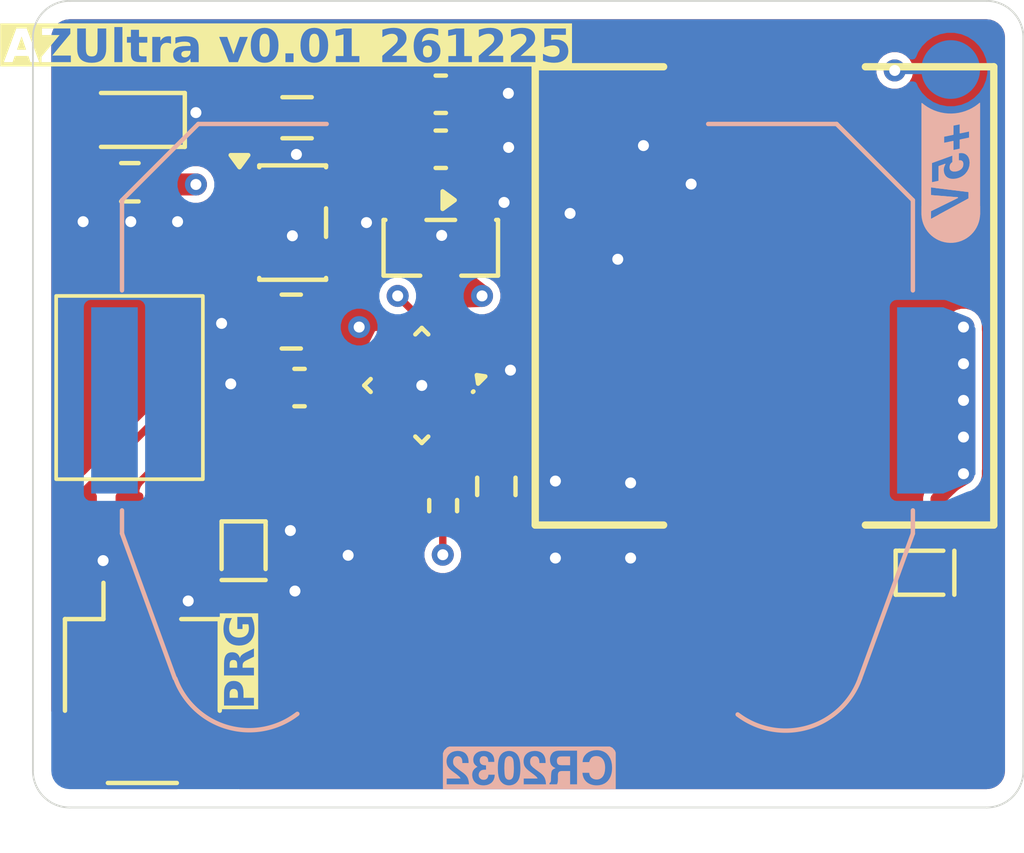
<source format=kicad_pcb>
(kicad_pcb (version 20241229) (generator "pcbnew") (generator_version "9.0")
  (layers (0 "F.Cu" signal) (4 "In1.Cu" power "In1") (6 "In2.Cu" power "In2") (2 "B.Cu" signal) (13 "F.Paste" user) (15 "B.Paste" user) (5 "F.SilkS" user "F.Silkscreen") (7 "B.SilkS" user "B.Silkscreen") (1 "F.Mask" user) (3 "B.Mask" user) (25 "Edge.Cuts" user))
  (net 0 "")
  (net 1 "+BATT1")
  (net 2 "GND")
  (net 3 "Net-(BZ1--)")
  (net 4 "Net-(BZ1-+)")
  (net 5 "Net-(Q1-S)")
  (net 6 "+5V")
  (net 7 "Net-(D1-A)")
  (net 8 "Net-(JP1-B)")
  (net 9 "Net-(U1-SW)")
  (net 10 "Net-(U2-PD0)")
  (net 11 "Net-(U2-PA1)")
  (net 12 "Net-(U2-PC6)")
  (net 13 "Net-(U2-PC7)")
  (net 14 "Net-(U2-PC4)")
  (net 20 "/SWIO")
  (footprint "Resistor_SMD:R_0402_1005Metric" (layer "F.Cu") (at 153.74 86.72 90)
    (property "Reference" "R3" (hide yes))
    (property "Value" "100K" (hide yes))
    (fp_line (start -0.153641 -0.38) (end 0.153641 -0.38) (stroke (width 0.12)) (layer "F.SilkS"))
    (fp_line (start -0.153641 0.38) (end 0.153641 0.38) (stroke (width 0.12)) (layer "F.SilkS"))
    (pad "1" smd roundrect (at -0.51 0 90) (size 0.54 0.64) (layers "F.Cu" "F.Mask" "F.Paste") (net 6 "+5V"))
    (pad "2" smd roundrect (at 0.51 0 90) (size 0.54 0.64) (layers "F.Cu" "F.Mask" "F.Paste") (net 8 "Net-(JP1-B)"))
  )
  (footprint "LED_SMD:LED_0603_1608Metric" (layer "F.Cu") (at 145.2125 76.2 180)
    (property "Reference" "D1" (hide yes))
    (property "Value" "LED" (hide yes))
    (fp_line (start 0.8 -0.735) (end -1.485 -0.735) (stroke (width 0.12)) (layer "F.SilkS"))
    (fp_line (start -1.485 0.735) (end 0.8 0.735) (stroke (width 0.12)) (layer "F.SilkS"))
    (fp_line (start -1.485 -0.735) (end -1.485 0.735) (stroke (width 0.12)) (layer "F.SilkS"))
    (pad "1" smd roundrect (at -0.7875 0 180) (size 0.875 0.95) (layers "F.Cu" "F.Mask" "F.Paste") (net 2 "GND"))
    (pad "2" smd roundrect (at 0.7875 0 180) (size 0.875 0.95) (layers "F.Cu" "F.Mask" "F.Paste") (net 7 "Net-(D1-A)"))
  )
  (footprint "Inductor_SMD:L_0805_2012Metric" (layer "F.Cu") (at 149.7575 76.14 180)
    (property "Reference" "L1" (hide yes))
    (property "Value" "2.2μH")
    (fp_line (start -0.399622 0.56) (end 0.399622 0.56) (stroke (width 0.12)) (layer "F.SilkS"))
    (fp_line (start -0.399622 -0.56) (end 0.399622 -0.56) (stroke (width 0.12)) (layer "F.SilkS"))
    (pad "1" smd roundrect (at -1.0625 0 180) (size 0.875 1.2) (layers "F.Cu" "F.Mask" "F.Paste") (net 5 "Net-(Q1-S)"))
    (pad "2" smd roundrect (at 1.0625 0 180) (size 0.875 1.2) (layers "F.Cu" "F.Mask" "F.Paste") (net 9 "Net-(U1-SW)"))
  )
  (footprint "Package_TO_SOT_SMD:SOT-23" (layer "F.Cu") (at 153.675 79.6875 -90)
    (property "Reference" "Q1" (hide yes))
    (property "Value" "SSM3J338R,LF" (hide yes))
    (fp_line (start -0.76 1.56) (end -0.76 1.51) (stroke (width 0.12)) (layer "F.SilkS"))
    (fp_line (start 0.76 1.56) (end -0.76 1.56) (stroke (width 0.12)) (layer "F.SilkS"))
    (fp_line (start 0.76 0.56) (end 0.76 1.56) (stroke (width 0.12)) (layer "F.SilkS"))
    (fp_line (start -0.76 0.39) (end -0.76 -0.39) (stroke (width 0.12)) (layer "F.SilkS"))
    (fp_line (start -0.76 -1.51) (end -0.76 -1.56) (stroke (width 0.12)) (layer "F.SilkS"))
    (fp_line (start -0.76 -1.56) (end 0.76 -1.56) (stroke (width 0.12)) (layer "F.SilkS"))
    (fp_line (start 0.76 -1.56) (end 0.76 -0.56) (stroke (width 0.12)) (layer "F.SilkS"))
    (fp_poly (pts (xy -1.3 -0.38) (xy -1.06 -0.05) (xy -1.54 -0.05)) (stroke (width 0.12)) (fill yes) (layer "F.SilkS"))
    (pad "1" smd roundrect (at -0.9375 -0.95 270) (size 1.475 0.6) (layers "F.Cu" "F.Mask" "F.Paste") (net 2 "GND"))
    (pad "2" smd roundrect (at -0.9375 0.95 270) (size 1.475 0.6) (layers "F.Cu" "F.Mask" "F.Paste") (net 5 "Net-(Q1-S)"))
    (pad "3" smd roundrect (at 0.9375 0 270) (size 1.475 0.6) (layers "F.Cu" "F.Mask" "F.Paste") (net 1 "+BATT1"))
  )
  (footprint "AZFootprints:SMXMS-03K-TR" (layer "F.Cu") (at 145.19 83.5 180)
    (property "Reference" "SW1" (hide yes))
    (property "Value" "SW_DIP_x03" (hide yes))
    (fp_rect (start -2 -2.5) (end 2 2.5) (stroke (width 0.1)) (fill no) (layer "F.SilkS"))
    (pad "1" smd roundrect (at -1.27 -3.49 180) (size 0.76 1.27) (layers "F.Cu" "F.Mask" "F.Paste") (roundrect_rratio 0.15) (net 13 "Net-(U2-PC7)"))
    (pad "2" smd roundrect (at 0 -3.49 180) (size 0.76 1.27) (layers "F.Cu" "F.Mask" "F.Paste") (roundrect_rratio 0.15) (net 12 "Net-(U2-PC6)"))
    (pad "3" smd roundrect (at 1.27 -3.49 180) (size 0.76 1.27) (layers "F.Cu" "F.Mask" "F.Paste") (roundrect_rratio 0.15) (net 14 "Net-(U2-PC4)"))
    (pad "4" smd roundrect (at -1.31 3.5 180) (size 0.76 1.27) (layers "F.Cu" "F.Mask" "F.Paste") (roundrect_rratio 0.15) (net 2 "GND"))
    (pad "5" smd roundrect (at -0.04 3.5 180) (size 0.76 1.27) (layers "F.Cu" "F.Mask" "F.Paste") (roundrect_rratio 0.15) (net 2 "GND"))
    (pad "6" smd roundrect (at 1.23 3.5 180) (size 0.76 1.27) (layers "F.Cu" "F.Mask" "F.Paste") (roundrect_rratio 0.15) (net 2 "GND"))
  )
  (footprint "AZFootprints:KLJ1230" (layer "F.Cu") (at 162.5 81)
    (property "Reference" "BZ1" (hide yes))
    (property "Value" "KLJ1230")
    (fp_line (start -6.25 -6.25) (end -2.75 -6.25) (stroke (width 0.2)) (layer "F.SilkS"))
    (fp_line (start -6.25 6.25) (end -6.25 -6.25) (stroke (width 0.2)) (layer "F.SilkS"))
    (fp_line (start -6.25 6.25) (end -2.75 6.25) (stroke (width 0.2)) (layer "F.SilkS"))
    (fp_line (start 6.25 -6.25) (end 2.75 -6.25) (stroke (width 0.2)) (layer "F.SilkS"))
    (fp_line (start 6.25 -6.25) (end 6.25 6.25) (stroke (width 0.2)) (layer "F.SilkS"))
    (fp_line (start 6.25 6.25) (end 2.75 6.25) (stroke (width 0.2)) (layer "F.SilkS"))
    (pad "1" smd roundrect (at 0 6) (size 4.2 1.2) (layers "F.Cu" "F.Mask" "F.Paste") (roundrect_rratio 0.15) (net 4 "Net-(BZ1-+)"))
    (pad "2" smd roundrect (at 0 -6) (size 4.2 1.2) (layers "F.Cu" "F.Mask" "F.Paste") (roundrect_rratio 0.15) (net 3 "Net-(BZ1--)"))
  )
  (footprint "PCM_Diode_SMD_AKL:D_SOD-882_DFN1006-2_TVS" (layer "F.Cu") (at 166.875 88.55)
    (property "Reference" "D2" (hide yes))
    (property "Value" "AQ1250-01ETG" (hide yes))
    (fp_line (start -0.8 -0.6) (end -0.8 -0.575) (stroke (width 0.12)) (layer "F.SilkS"))
    (fp_line (start -0.8 -0.575) (end -0.8 0.6) (stroke (width 0.12)) (layer "F.SilkS"))
    (fp_line (start -0.8 0.6) (end 0.5 0.6) (stroke (width 0.12)) (layer "F.SilkS"))
    (fp_line (start -0.7 -0.6) (end -0.8 -0.6) (stroke (width 0.12)) (layer "F.SilkS"))
    (fp_line (start 0.5 -0.6) (end -0.7 -0.6) (stroke (width 0.12)) (layer "F.SilkS"))
    (fp_line (start 0.8 0.6) (end 0.8 -0.6) (stroke (width 0.12)) (layer "F.SilkS"))
    (pad "1" smd roundrect (at -0.35 0) (size 0.4 0.7) (layers "F.Cu" "F.Mask" "F.Paste") (net 2 "GND"))
    (pad "2" smd roundrect (at 0.35 0) (size 0.4 0.7) (layers "F.Cu" "F.Mask" "F.Paste") (net 1 "+BATT1"))
  )
  (footprint "Package_TO_SOT_SMD:SOT-23-5" (layer "F.Cu") (at 149.6375 79)
    (property "Reference" "U1" (hide yes))
    (property "Value" "TPS613222ADBV" (hide yes))
    (fp_line (start -0.91 -1.56) (end 0.91 -1.56) (stroke (width 0.12)) (layer "F.SilkS"))
    (fp_line (start -0.91 -1.51) (end -0.91 -1.56) (stroke (width 0.12)) (layer "F.SilkS"))
    (fp_line (start -0.91 1.56) (end -0.91 1.51) (stroke (width 0.12)) (layer "F.SilkS"))
    (fp_line (start 0.91 -1.56) (end 0.91 -1.51) (stroke (width 0.12)) (layer "F.SilkS"))
    (fp_line (start 0.91 -0.39) (end 0.91 0.39) (stroke (width 0.12)) (layer "F.SilkS"))
    (fp_line (start 0.91 1.51) (end 0.91 1.56) (stroke (width 0.12)) (layer "F.SilkS"))
    (fp_line (start 0.91 1.56) (end -0.91 1.56) (stroke (width 0.12)) (layer "F.SilkS"))
    (fp_poly (pts (xy -1.45 -1.51) (xy -1.69 -1.84) (xy -1.21 -1.84)) (stroke (width 0.12)) (fill yes) (layer "F.SilkS"))
    (pad "1" smd roundrect (at -1.1375 -0.95) (size 1.325 0.6) (layers "F.Cu" "F.Mask" "F.Paste") (net 9 "Net-(U1-SW)"))
    (pad "2" smd roundrect (at -1.1375 0) (size 1.325 0.6) (layers "F.Cu" "F.Mask" "F.Paste") (net 2 "GND"))
    (pad "3" smd roundrect (at -1.1375 0.95) (size 1.325 0.6) (layers "F.Cu" "F.Mask" "F.Paste"))
    (pad "4" smd roundrect (at 1.1375 0.95) (size 1.325 0.6) (layers "F.Cu" "F.Mask" "F.Paste") (net 6 "+5V"))
    (pad "5" smd roundrect (at 1.1375 -0.95) (size 1.325 0.6) (layers "F.Cu" "F.Mask" "F.Paste"))
  )
  (footprint "Capacitor_SMD:C_0603_1608Metric" (layer "F.Cu") (at 149.825 83.5 180)
    (property "Reference" "C5" (hide yes))
    (property "Value" "100nF" (hide yes))
    (fp_line (start -0.14058 0.51) (end 0.14058 0.51) (stroke (width 0.12)) (layer "F.SilkS"))
    (fp_line (start -0.14058 -0.51) (end 0.14058 -0.51) (stroke (width 0.12)) (layer "F.SilkS"))
    (pad "1" smd roundrect (at -0.775 0 180) (size 0.9 0.95) (layers "F.Cu" "F.Mask" "F.Paste") (net 6 "+5V"))
    (pad "2" smd roundrect (at 0.775 0 180) (size 0.9 0.95) (layers "F.Cu" "F.Mask" "F.Paste") (net 2 "GND"))
  )
  (footprint "Capacitor_SMD:C_0805_2012Metric" (layer "F.Cu") (at 149.6 81.7 180)
    (property "Reference" "C4" (hide yes))
    (property "Value" "22μF" (hide yes))
    (fp_line (start -0.261252 0.735) (end 0.261252 0.735) (stroke (width 0.12)) (layer "F.SilkS"))
    (fp_line (start -0.261252 -0.735) (end 0.261252 -0.735) (stroke (width 0.12)) (layer "F.SilkS"))
    (pad "1" smd roundrect (at -0.95 0 180) (size 1 1.45) (layers "F.Cu" "F.Mask" "F.Paste") (net 6 "+5V"))
    (pad "2" smd roundrect (at 0.95 0 180) (size 1 1.45) (layers "F.Cu" "F.Mask" "F.Paste") (net 2 "GND"))
  )
  (footprint "Capacitor_SMD:C_0603_1608Metric" (layer "F.Cu") (at 153.675 75.5)
    (property "Reference" "C3" (hide yes))
    (property "Value" "100nF" (hide yes))
    (fp_line (start -0.14058 -0.51) (end 0.14058 -0.51) (stroke (width 0.12)) (layer "F.SilkS"))
    (fp_line (start -0.14058 0.51) (end 0.14058 0.51) (stroke (width 0.12)) (layer "F.SilkS"))
    (pad "1" smd roundrect (at -0.775 0) (size 0.9 0.95) (layers "F.Cu" "F.Mask" "F.Paste") (net 5 "Net-(Q1-S)"))
    (pad "2" smd roundrect (at 0.775 0) (size 0.9 0.95) (layers "F.Cu" "F.Mask" "F.Paste") (net 2 "GND"))
  )
  (footprint "Package_DFN_QFN:IDT_QFN-12-1EP_2x2mm_P0.5mm_EP1.1x1.1mm" (layer "F.Cu") (at 153.157538 83.442462 -135)
    (property "Reference" "U2" (hide yes))
    (property "Value" "CH32V005" (hide yes))
    (fp_line (start 1.11 1.11) (end 0.86 1.11) (stroke (width 0.12)) (layer "F.SilkS"))
    (fp_line (start 1.11 0.86) (end 1.11 1.11) (stroke (width 0.12)) (layer "F.SilkS"))
    (fp_line (start -0.86 1.11) (end -1.11 1.11) (stroke (width 0.12)) (layer "F.SilkS"))
    (fp_line (start -1.11 1.11) (end -1.11 0.86) (stroke (width 0.12)) (layer "F.SilkS"))
    (fp_line (start 1.11 -1.11) (end 1.11 -0.86) (stroke (width 0.12)) (layer "F.SilkS"))
    (fp_line (start 0.86 -1.11) (end 1.11 -1.11) (stroke (width 0.12)) (layer "F.SilkS"))
    (fp_line (start -0.881418 -1.11) (end -0.86 -1.11) (stroke (width 0.12)) (layer "F.SilkS"))
    (fp_poly (pts (xy -1.26 -0.86) (xy -1.4 -1.050001) (xy -1.12 -1.050001)) (stroke (width 0.12)) (fill yes) (layer "F.SilkS"))
    (pad "1" smd custom (at -1.050001 -0.5 225) (size 0.101005 0.101005) (layers "F.Cu" "F.Mask" "F.Paste") (net 11 "Net-(U2-PA1)") (options (clearance outline) (anchor circle)) (primitives (gr_poly (pts (xy -0.27 -0.07) (xy 0.147574 -0.07) (xy 0.27 0.052426) (xy 0.27 0.07) (xy -0.27 0.07)) (width 0.06) (fill yes))))
    (pad "2" smd roundrect (at -1.05 0 225) (size 0.6 0.2) (layers "F.Cu" "F.Mask" "F.Paste") (net 3 "Net-(BZ1--)"))
    (pad "3" smd custom (at -1.050001 0.5 225) (size 0.101005 0.101005) (layers "F.Cu" "F.Mask" "F.Paste") (net 10 "Net-(U2-PD0)") (options (clearance outline) (anchor circle)) (primitives (gr_poly (pts (xy -0.27 -0.07) (xy 0.27 -0.07) (xy 0.27 -0.052426) (xy 0.147574 0.07) (xy -0.27 0.07)) (width 0.06) (fill yes))))
    (pad "4" smd custom (at -0.5 1.050001 225) (size 0.101005 0.101005) (layers "F.Cu" "F.Mask" "F.Paste") (net 6 "+5V") (options (clearance outline) (anchor circle)) (primitives (gr_poly (pts (xy -0.07 -0.147574) (xy 0.052426 -0.27) (xy 0.07 -0.27) (xy 0.07 0.27) (xy -0.07 0.27)) (width 0.06) (fill yes))))
    (pad "5" smd roundrect (at 0 1.05 225) (size 0.2 0.6) (layers "F.Cu" "F.Mask" "F.Paste"))
    (pad "6" smd custom (at 0.5 1.050001 225) (size 0.101005 0.101005) (layers "F.Cu" "F.Mask" "F.Paste") (options (clearance outline) (anchor circle)) (primitives (gr_poly (pts (xy -0.07 -0.27) (xy -0.052426 -0.27) (xy 0.07 -0.147574) (xy 0.07 0.27) (xy -0.07 0.27)) (width 0.06) (fill yes))))
    (pad "7" smd custom (at 1.050001 0.5 225) (size 0.101005 0.101005) (layers "F.Cu" "F.Mask" "F.Paste") (net 14 "Net-(U2-PC4)") (options (clearance outline) (anchor circle)) (primitives (gr_poly (pts (xy -0.27 -0.07) (xy 0.27 -0.07) (xy 0.27 0.07) (xy -0.147574 0.07) (xy -0.27 -0.052426)) (width 0.06) (fill yes))))
    (pad "8" smd roundrect (at 1.05 0 225) (size 0.6 0.2) (layers "F.Cu" "F.Mask" "F.Paste") (net 12 "Net-(U2-PC6)"))
    (pad "9" smd custom (at 1.050001 -0.5 225) (size 0.101005 0.101005) (layers "F.Cu" "F.Mask" "F.Paste") (net 13 "Net-(U2-PC7)") (options (clearance outline) (anchor circle)) (primitives (gr_poly (pts (xy -0.27 0.052426) (xy -0.147574 -0.07) (xy 0.27 -0.07) (xy 0.27 0.07) (xy -0.27 0.07)) (width 0.06) (fill yes))))
    (pad "10" smd custom (at 0.5 -1.050001 225) (size 0.101005 0.101005) (layers "F.Cu" "F.Mask" "F.Paste") (net 20 "/SWIO") (options (clearance outline) (anchor circle)) (primitives (gr_poly (pts (xy -0.07 -0.27) (xy 0.07 -0.27) (xy 0.07 0.147574) (xy -0.052426 0.27) (xy -0.07 0.27)) (width 0.06) (fill yes))))
    (pad "11" smd roundrect (at 0 -1.05 225) (size 0.2 0.6) (layers "F.Cu" "F.Mask" "F.Paste"))
    (pad "12" smd custom (at -0.5 -1.050001 225) (size 0.101005 0.101005) (layers "F.Cu" "F.Mask" "F.Paste") (net 8 "Net-(JP1-B)") (options (clearance outline) (anchor circle)) (primitives (gr_poly (pts (xy -0.07 -0.27) (xy 0.07 -0.27) (xy 0.07 0.27) (xy 0.052426 0.27) (xy -0.07 0.147574)) (width 0.06) (fill yes))))
    (pad "13" smd rect (at 0 0 225) (size 1.1 1.1) (property pad_prop_heatsink) (layers "F.Cu" "F.Mask") (net 2 "GND"))
  )
  (footprint "Connector_JST:JST_SH_SM02B-SRSS-TB_1x02-1MP_P1.00mm_Horizontal" (layer "F.Cu") (at 145.54 91.6)
    (property "Reference" "J1" (hide yes))
    (property "Value" "~" (hide yes))
    (fp_line (start -2.11 -1.785) (end -1.06 -1.785) (stroke (width 0.12)) (layer "F.SilkS"))
    (fp_line (start -2.11 0.715) (end -2.11 -1.785) (stroke (width 0.12)) (layer "F.SilkS"))
    (fp_line (start -1.06 -1.785) (end -1.06 -2.775) (stroke (width 0.12)) (layer "F.SilkS"))
    (fp_line (start -0.94 2.685) (end 0.94 2.685) (stroke (width 0.12)) (layer "F.SilkS"))
    (fp_line (start 2.11 -1.785) (end 1.06 -1.785) (stroke (width 0.12)) (layer "F.SilkS"))
    (fp_line (start 2.11 0.715) (end 2.11 -1.785) (stroke (width 0.12)) (layer "F.SilkS"))
    (pad "1" smd roundrect (at -0.5 -2) (size 0.6 1.55) (layers "F.Cu" "F.Mask" "F.Paste") (net 20 "/SWIO"))
    (pad "2" smd roundrect (at 0.5 -2) (size 0.6 1.55) (layers "F.Cu" "F.Mask" "F.Paste") (net 2 "GND"))
    (pad "MP" smd roundrect (at -1.8 1.875) (size 1.2 1.8) (layers "F.Cu" "F.Mask" "F.Paste") (roundrect_rratio 0.208333))
    (pad "MP" smd roundrect (at 1.8 1.875) (size 1.2 1.8) (layers "F.Cu" "F.Mask" "F.Paste") (roundrect_rratio 0.208333))
  )
  (footprint "Capacitor_SMD:C_0603_1608Metric" (layer "F.Cu") (at 153.675 77)
    (property "Reference" "C2" (hide yes))
    (property "Value" "4.7μF" (hide yes))
    (fp_line (start -0.14058 -0.51) (end 0.14058 -0.51) (stroke (width 0.12)) (layer "F.SilkS"))
    (fp_line (start -0.14058 0.51) (end 0.14058 0.51) (stroke (width 0.12)) (layer "F.SilkS"))
    (pad "1" smd roundrect (at -0.775 0) (size 0.9 0.95) (layers "F.Cu" "F.Mask" "F.Paste") (net 5 "Net-(Q1-S)"))
    (pad "2" smd roundrect (at 0.775 0) (size 0.9 0.95) (layers "F.Cu" "F.Mask" "F.Paste") (net 2 "GND"))
  )
  (footprint "Resistor_SMD:R_0603_1608Metric" (layer "F.Cu") (at 155.19 86.195 90)
    (property "Reference" "R2" (hide yes))
    (property "Value" "220R" (hide yes))
    (fp_line (start -0.237258 -0.5225) (end 0.237258 -0.5225) (stroke (width 0.12)) (layer "F.SilkS"))
    (fp_line (start -0.237258 0.5225) (end 0.237258 0.5225) (stroke (width 0.12)) (layer "F.SilkS"))
    (pad "1" smd roundrect (at -0.825 0 90) (size 0.8 0.95) (layers "F.Cu" "F.Mask" "F.Paste") (net 4 "Net-(BZ1-+)"))
    (pad "2" smd roundrect (at 0.825 0 90) (size 0.8 0.95) (layers "F.Cu" "F.Mask" "F.Paste") (net 11 "Net-(U2-PA1)"))
  )
  (footprint "PCM_Diode_SMD_AKL:D_SOD-882_DFN1006-2_TVS" (layer "F.Cu") (at 148.3 87.95 -90)
    (property "Reference" "D3" (hide yes))
    (property "Value" "AQ1250-01ETG" (hide yes))
    (fp_line (start -0.8 0.6) (end 0.5 0.6) (stroke (width 0.12)) (layer "F.SilkS"))
    (fp_line (start 0.8 0.6) (end 0.8 -0.6) (stroke (width 0.12)) (layer "F.SilkS"))
    (fp_line (start -0.8 -0.575) (end -0.8 0.6) (stroke (width 0.12)) (layer "F.SilkS"))
    (fp_line (start -0.8 -0.6) (end -0.8 -0.575) (stroke (width 0.12)) (layer "F.SilkS"))
    (fp_line (start -0.7 -0.6) (end -0.8 -0.6) (stroke (width 0.12)) (layer "F.SilkS"))
    (fp_line (start 0.5 -0.6) (end -0.7 -0.6) (stroke (width 0.12)) (layer "F.SilkS"))
    (pad "1" smd roundrect (at -0.35 0 270) (size 0.4 0.7) (layers "F.Cu" "F.Mask" "F.Paste") (net 2 "GND"))
    (pad "2" smd roundrect (at 0.35 0 270) (size 0.4 0.7) (layers "F.Cu" "F.Mask" "F.Paste") (net 20 "/SWIO"))
  )
  (footprint "Resistor_SMD:R_0603_1608Metric" (layer "F.Cu") (at 145.2 77.9)
    (property "Reference" "R1" (hide yes))
    (property "Value" "2K2" (hide yes))
    (fp_line (start -0.237258 -0.5225) (end 0.237258 -0.5225) (stroke (width 0.12)) (layer "F.SilkS"))
    (fp_line (start -0.237258 0.5225) (end 0.237258 0.5225) (stroke (width 0.12)) (layer "F.SilkS"))
    (pad "1" smd roundrect (at -0.825 0) (size 0.8 0.95) (layers "F.Cu" "F.Mask" "F.Paste") (net 7 "Net-(D1-A)"))
    (pad "2" smd roundrect (at 0.825 0) (size 0.8 0.95) (layers "F.Cu" "F.Mask" "F.Paste") (net 10 "Net-(U2-PD0)"))
  )
  (footprint "Battery:BatteryHolder_Keystone_3034_1x20mm" (layer "B.Cu") (at 155.765 83.85 180)
    (property "Reference" "BT1" (hide yes))
    (property "Value" "CR2032")
    (fp_line (start 10.78 5.46) (end 10.78 3) (stroke (width 0.12)) (layer "B.SilkS"))
    (fp_line (start 10.78 -3) (end 10.78 -3.63) (stroke (width 0.12)) (layer "B.SilkS"))
    (fp_line (start 10.78 -3.63) (end 9.34 -7.58) (stroke (width 0.12)) (layer "B.SilkS"))
    (fp_line (start 8.7 7.54) (end 10.78 5.46) (stroke (width 0.12)) (layer "B.SilkS"))
    (fp_line (start 8.7 7.54) (end 5.2 7.54) (stroke (width 0.12)) (layer "B.SilkS"))
    (fp_line (start -5.2 7.54) (end -8.7 7.54) (stroke (width 0.12)) (layer "B.SilkS"))
    (fp_line (start -8.7 7.54) (end -10.78 5.46) (stroke (width 0.12)) (layer "B.SilkS"))
    (fp_line (start -10.78 5.46) (end -10.78 3) (stroke (width 0.12)) (layer "B.SilkS"))
    (fp_line (start -10.78 -3) (end -10.78 -3.63) (stroke (width 0.12)) (layer "B.SilkS"))
    (fp_line (start -10.78 -3.63) (end -9.34 -7.58) (stroke (width 0.12)) (layer "B.SilkS"))
    (fp_arc (start 6 -8.55) (mid 7.90634 -8.911669) (end 9.325243 -7.588169) (stroke (width 0.12)) (layer "B.SilkS"))
    (fp_arc (start -9.34 -7.58) (mid -7.921654 -8.918738) (end -6.003354 -8.56653) (stroke (width 0.12)) (layer "B.SilkS"))
    (pad "1" smd rect (at -10.985 0 180) (size 1.27 5.08) (layers "B.Cu" "B.Mask" "B.Paste") (net 1 "+BATT1"))
    (pad "1" smd rect (at 10.985 0 180) (size 1.27 5.08) (layers "B.Cu" "B.Mask" "B.Paste") (net 1 "+BATT1"))
    (pad "2" smd circle (at 0 0 180) (size 1 1) (layers "B.Cu" "B.Mask") (net 2 "GND"))
  )
  (gr_poly (pts (xy 152.299998 86.921448) (xy 152.3 88.121447) (xy 152.3 88.121448) (xy 152.332389 88.115675) (xy 152.395743 88.097918) (xy 152.45681 88.073428) (xy 152.514878 88.04249) (xy 152.569268 88.005467) (xy 152.619345 87.96279) (xy 152.664524 87.914959) (xy 152.704277 87.862531) (xy 152.73814 87.806119) (xy 152.765718 87.746383) (xy 152.786689 87.684019) (xy 152.800806 87.619756) (xy 152.807907 87.554346) (xy 152.807907 87.48855) (xy 152.800806 87.42314) (xy 152.786689 87.358877) (xy 152.765718 87.296513) (xy 152.73814 87.236777) (xy 152.704277 87.180365) (xy 152.664524 87.127937) (xy 152.619345 87.080106) (xy 152.569268 87.037429) (xy 152.514878 87.000406) (xy 152.45681 86.969468) (xy 152.395743 86.944978) (xy 152.332389 86.927221) (xy 152.3 86.921448)) (fill yes) (layer "F.Cu") (net 8))
  (gr_circle (center 167.575 74.825) (end 168.375 74.825) (fill yes) (layer "B.Cu") (net 6))
  (gr_poly (pts (xy 157.201054 93.561537) (xy 157.201054 93.801469) (xy 156.972992 93.801469) (xy 156.958289 93.801294) (xy 156.908671 93.795543) (xy 156.889534 93.788253) (xy 156.873469 93.777509) (xy 156.864534 93.768518) (xy 156.854125 93.752516) (xy 156.846492 93.733138) (xy 156.841212 93.707704) (xy 156.839453 93.678975) (xy 156.841418 93.649997) (xy 156.852864 93.611866) (xy 156.873469 93.585552) (xy 156.896759 93.571366) (xy 156.927656 93.563645) (xy 156.972992 93.561537)) (fill yes) (layer "B.SilkS"))
  (gr_poly (pts (xy 158.444605 94.450136) (xy 153.733104 94.450136) (xy 153.733104 93.694308) (xy 153.833104 93.694308) (xy 153.835268 93.736867) (xy 153.847735 93.793791) (xy 153.858966 93.820587) (xy 153.873913 93.846619) (xy 153.895855 93.875962) (xy 153.923484 93.905695) (xy 153.971949 93.948834) (xy 154.033414 93.996064) (xy 154.111697 94.053766) (xy 154.175831 94.108265) (xy 154.199373 94.136081) (xy 154.216138 94.164554) (xy 153.836841 94.164554) (xy 153.836841 94.322) (xy 154.4442 94.322) (xy 154.443767 94.313373) (xy 154.433779 94.22851) (xy 154.41454 94.163221) (xy 154.400617 94.133895) (xy 154.383472 94.106175) (xy 154.36052 94.076927) (xy 154.348585 94.064592) (xy 154.531742 94.064592) (xy 154.532155 94.08189) (xy 154.542007 94.147231) (xy 154.564125 94.204374) (xy 154.57956 94.22988) (xy 154.597775 94.253203) (xy 154.61891 94.27446) (xy 154.64268 94.293295) (xy 154.669486 94.309885) (xy 154.698811 94.323762) (xy 154.731258 94.335032) (xy 154.766104 94.343256) (xy 154.80403 94.348397) (xy 154.844214 94.350136) (xy 154.861383 94.349804) (xy 154.932839 94.340423) (xy 154.994116 94.319258) (xy 155.045417 94.287448) (xy 155.067382 94.267735) (xy 155.086812 94.245579) (xy 155.103767 94.22082) (xy 155.11796 94.193747) (xy 155.129485 94.163878) (xy 155.137955 94.131792) (xy 155.143361 94.096754) (xy 155.145366 94.059591) (xy 154.973962 94.059591) (xy 154.967673 94.103525) (xy 154.951235 94.144302) (xy 154.925906 94.173291) (xy 154.909225 94.18408) (xy 154.890129 94.191963) (xy 154.866679 94.197203) (xy 154.840423 94.198956) (xy 154.802014 94.193995) (xy 154.781809 94.186731) (xy 154.763579 94.176501) (xy 154.733945 94.147985) (xy 154.722986 94.130124) (xy 154.714886 94.110127) (xy 154.709868 94.08822) (xy 154.708147 94.064592) (xy 154.708174 94.06155) (xy 154.710323 94.038051) (xy 154.715768 94.016109) (xy 154.735627 93.978093) (xy 154.765965 93.949349) (xy 154.784515 93.938974) (xy 154.805142 93.931492) (xy 154.843095 93.923798) (xy 154.908456 93.922699) (xy 154.908456 93.886264) (xy 155.230381 93.886264) (xy 155.236503 94.016265) (xy 155.252418 94.111915) (xy 155.275979 94.183572) (xy 155.305998 94.236765) (xy 155.313837 94.246854) (xy 155.358382 94.291104) (xy 155.383394 94.308673) (xy 155.41018 94.323195) (xy 155.439106 94.33478) (xy 155.46973 94.343156) (xy 155.502935 94.348385) (xy 155.537797 94.350136) (xy 155.578205 94.347723) (xy 155.640444 94.333324) (xy 155.695515 94.306672) (xy 155.720264 94.28888) (xy 155.743005 94.268181) (xy 155.763766 94.244439) (xy 155.782235 94.21786) (xy 155.793349 94.19832) (xy 155.807722 94.165591) (xy 155.819713 94.12815) (xy 155.830372 94.080467) (xy 155.838134 94.026664) (xy 155.843497 93.958048) (xy 155.845268 93.881263) (xy 155.845233 93.869831) (xy 155.838772 93.741813) (xy 155.830816 93.694308) (xy 155.932811 93.694308) (xy 155.934975 93.736867) (xy 155.947442 93.793791) (xy 155.958672 93.820587) (xy 155.973619 93.846619) (xy 155.995561 93.875962) (xy 156.023191 93.905695) (xy 156.071656 93.948834) (xy 156.133121 93.996064) (xy 156.211404 94.053766) (xy 156.275538 94.108265) (xy 156.29908 94.136081) (xy 156.315845 94.164554) (xy 155.936548 94.164554) (xy 155.936548 94.322) (xy 156.543907 94.322) (xy 156.543473 94.313373) (xy 156.540491 94.288038) (xy 156.637824 94.288038) (xy 156.637824 94.322) (xy 156.840717 94.322) (xy 156.857422 94.28273) (xy 156.86616 94.235574) (xy 156.868414 94.164939) (xy 156.86715 94.104654) (xy 156.86715 94.06701) (xy 156.868002 94.047838) (xy 156.877165 94.010034) (xy 156.896012 93.983848) (xy 156.910598 93.973652) (xy 156.928362 93.966194) (xy 156.953938 93.960752) (xy 156.984368 93.958969) (xy 157.201054 93.958969) (xy 157.201054 94.322) (xy 157.390043 94.322) (xy 157.390043 94.008154) (xy 157.536937 94.008154) (xy 157.545505 94.073706) (xy 157.566925 94.141597) (xy 157.581998 94.172303) (xy 157.599882 94.200846) (xy 157.620573 94.227241) (xy 157.643917 94.251296) (xy 157.670135 94.273166) (xy 157.698883 94.292479) (xy 157.730617 94.309412) (xy 157.764775 94.32353) (xy 157.801991 94.334935) (xy 157.84152 94.343232) (xy 157.884076 94.348394) (xy 157.928818 94.350136) (xy 157.998237 94.34534) (xy 158.072544 94.327904) (xy 158.138609 94.298485) (xy 158.168657 94.279374) (xy 158.196565 94.257447) (xy 158.222564 94.232464) (xy 158.246242 94.204743) (xy 158.267922 94.173746) (xy 158.287053 94.14006) (xy 158.303928 94.102871) (xy 158.317986 94.063029) (xy 158.329393 94.019531) (xy 158.337685 93.973425) (xy 158.342861 93.923641) (xy 158.344605 93.871316) (xy 158.338578 93.77572) (xy 158.320281 93.687195) (xy 158.291107 93.610533) (xy 158.252173 93.545399) (xy 158.204205 93.491442) (xy 158.176942 93.46859) (xy 158.147513 93.448501) (xy 158.115815 93.431168) (xy 158.082052 93.416771) (xy 158.045805 93.405253) (xy 158.007566 93.396897) (xy 157.966632 93.391714) (xy 157.923763 93.389969) (xy 157.847361 93.395627) (xy 157.772287 93.413918) (xy 157.70623 93.443753) (xy 157.649507 93.484256) (xy 157.602443 93.534884) (xy 157.580113 93.568505) (xy 157.566296 93.596461) (xy 157.555706 93.626314) (xy 157.546389 93.667825) (xy 157.540729 93.715685) (xy 157.72087 93.715685) (xy 157.723374 93.705262) (xy 157.74398 93.648358) (xy 157.771687 93.606943) (xy 157.788524 93.590746) (xy 157.807496 93.577367) (xy 157.829711 93.566346) (xy 157.854386 93.558353) (xy 157.884357 93.553026) (xy 157.917443 93.551261) (xy 157.969368 93.556614) (xy 157.995558 93.564036) (xy 158.019975 93.574546) (xy 158.042841 93.588263) (xy 158.063773 93.604999) (xy 158.083318 93.625395) (xy 158.10067 93.648854) (xy 158.116414 93.676599) (xy 158.129612 93.707515) (xy 158.140644 93.74326) (xy 158.14871 93.782284) (xy 158.153874 93.826399) (xy 158.155616 93.873844) (xy 158.149562 93.960435) (xy 158.132418 94.032643) (xy 158.106229 94.089769) (xy 158.072312 94.133425) (xy 158.031041 94.164877) (xy 158.007389 94.176237) (xy 157.981889 94.184495) (xy 157.953752 94.189681) (xy 157.923763 94.191427) (xy 157.887841 94.189182) (xy 157.835341 94.175844) (xy 157.792587 94.15151) (xy 157.774504 94.135176) (xy 157.758843 94.116205) (xy 157.745269 94.093893) (xy 157.734425 94.068907) (xy 157.726066 94.039919) (xy 157.72087 94.008154) (xy 157.536937 94.008154) (xy 157.390043 94.008154) (xy 157.390043 93.404037) (xy 156.89743 93.404037) (xy 156.871379 93.404834) (xy 156.809731 93.414794) (xy 156.760374 93.435308) (xy 156.738986 93.449766) (xy 156.719761 93.46707) (xy 156.708452 93.479653) (xy 156.69146 93.503046) (xy 156.677231 93.528858) (xy 156.665711 93.557313) (xy 156.657321 93.587636) (xy 156.6522 93.619452) (xy 156.650464 93.652487) (xy 156.653014 93.678975) (xy 156.656397 93.714125) (xy 156.673983 93.76677) (xy 156.68714 93.789991) (xy 156.703209 93.811179) (xy 156.722966 93.831043) (xy 156.745859 93.848764) (xy 156.773849 93.86539) (xy 156.805436 93.879615) (xy 156.762038 93.899613) (xy 156.726784 93.923141) (xy 156.712904 93.938778) (xy 156.702145 93.95794) (xy 156.694061 93.981801) (xy 156.688206 94.011535) (xy 156.6814 94.093321) (xy 156.678161 94.212695) (xy 156.677033 94.232347) (xy 156.667433 94.26179) (xy 156.65525 94.276028) (xy 156.637824 94.288038) (xy 156.540491 94.288038) (xy 156.533486 94.22851) (xy 156.514247 94.163221) (xy 156.500324 94.133895) (xy 156.483179 94.106175) (xy 156.460227 94.076927) (xy 156.432683 94.048461) (xy 156.390034 94.012085) (xy 156.338486 93.974686) (xy 156.270185 93.925474) (xy 156.185085 93.857538) (xy 156.142089 93.811767) (xy 156.128628 93.790928) (xy 156.119244 93.770037) (xy 156.111348 93.736346) (xy 156.109215 93.698045) (xy 156.114276 93.651122) (xy 156.130309 93.610291) (xy 156.155767 93.580537) (xy 156.172047 93.569607) (xy 156.19048 93.561586) (xy 156.211783 93.55646) (xy 156.235171 93.554723) (xy 156.27525 93.560222) (xy 156.293687 93.567485) (xy 156.310082 93.57765) (xy 156.324791 93.59109) (xy 156.337187 93.607436) (xy 156.347765 93.627934) (xy 156.355554 93.651509) (xy 156.360705 93.680068) (xy 156.362446 93.711893) (xy 156.362446 93.740799) (xy 156.532531 93.740799) (xy 156.532531 93.709365) (xy 156.532156 93.690395) (xy 156.522825 93.61808) (xy 156.50219 93.557504) (xy 156.471285 93.507569) (xy 156.452021 93.486289) (xy 156.430289 93.46754) (xy 156.405672 93.451098) (xy 156.378612 93.437396) (xy 156.348148 93.426177) (xy 156.315204 93.41801) (xy 156.278354 93.412818) (xy 156.238963 93.411071) (xy 156.220297 93.411449) (xy 156.147249 93.421051) (xy 156.084566 93.442407) (xy 156.03229 93.474197) (xy 155.990447 93.515557) (xy 155.973483 93.539735) (xy 155.95933 93.566089) (xy 155.947974 93.594872) (xy 155.9397 93.625691) (xy 155.934551 93.659046) (xy 155.932811 93.694308) (xy 155.830816 93.694308) (xy 155.823021 93.647763) (xy 155.799776 93.577991) (xy 155.769651 93.525762) (xy 155.760882 93.514323) (xy 155.739772 93.490911) (xy 155.716581 93.470379) (xy 155.691334 93.452723) (xy 155.664254 93.438094) (xy 155.635156 93.426446) (xy 155.604461 93.418017) (xy 155.571808 93.412819) (xy 155.537797 93.411071) (xy 155.497415 93.413484) (xy 155.435184 93.427887) (xy 155.380106 93.454552) (xy 155.355349 93.472353) (xy 155.332602 93.493062) (xy 155.311834 93.516815) (xy 155.293359 93.543402) (xy 155.282076 93.563609) (xy 155.267765 93.596743) (xy 155.255824 93.634598) (xy 155.245233 93.682733) (xy 155.237513 93.737207) (xy 155.232151 93.807304) (xy 155.230465 93.882527) (xy 155.230381 93.886264) (xy 154.908456 93.886264) (xy 154.908456 93.804657) (xy 154.893344 93.804657) (xy 154.888508 93.804625) (xy 154.831769 93.798193) (xy 154.791275 93.782293) (xy 154.762686 93.757538) (xy 154.751973 93.740925) (xy 154.744154 93.721772) (xy 154.738868 93.697604) (xy 154.737108 93.670292) (xy 154.738626 93.646471) (xy 154.75007 93.607274) (xy 154.771521 93.578822) (xy 154.786295 93.568178) (xy 154.803511 93.560348) (xy 154.824465 93.555199) (xy 154.848006 93.553459) (xy 154.864522 93.554304) (xy 154.905419 93.565116) (xy 154.936336 93.586412) (xy 154.956322 93.616272) (xy 154.959708 93.625774) (xy 154.966981 93.66026) (xy 154.970225 93.710464) (xy 155.13399 93.710464) (xy 155.131754 93.645356) (xy 155.12504 93.603501) (xy 155.112558 93.56478) (xy 155.108498 93.555309) (xy 155.095177 93.530375) (xy 155.078984 93.507582) (xy 155.059597 93.486562) (xy 155.037505 93.467944) (xy 155.012099 93.451375) (xy 154.984152 93.437526) (xy 154.952925 93.426212) (xy 154.919362 93.417967) (xy 154.88282 93.412813) (xy 154.844214 93.411071) (xy 154.779986 93.415797) (xy 154.714686 93.432458) (xy 154.660899 93.459465) (xy 154.618429 93.495538) (xy 154.58719 93.540019) (xy 154.575852 93.565442) (xy 154.567586 93.592787) (xy 154.562443 93.622478) (xy 154.560703 93.653971) (xy 154.566677 93.707528) (xy 154.57426 93.73156) (xy 154.585051 93.754117) (xy 154.60014 93.776666) (xy 154.619096 93.797998) (xy 154.645757 93.821257) (xy 154.677867 93.843564) (xy 154.634908 93.867791) (xy 154.589746 93.90497) (xy 154.558442 93.947544) (xy 154.547079 93.97223) (xy 154.538895 93.998915) (xy 154.533516 94.030418) (xy 154.531742 94.064592) (xy 154.348585 94.064592) (xy 154.332976 94.048461) (xy 154.290327 94.012085) (xy 154.238779 93.974686) (xy 154.170478 93.925474) (xy 154.085378 93.857538) (xy 154.042382 93.811767) (xy 154.028922 93.790928) (xy 154.019537 93.770037) (xy 154.011641 93.736346) (xy 154.009508 93.698045) (xy 154.014569 93.651122) (xy 154.030602 93.610291) (xy 154.05606 93.580537) (xy 154.072341 93.569607) (xy 154.090773 93.561586) (xy 154.112076 93.55646) (xy 154.135464 93.554723) (xy 154.175543 93.560222) (xy 154.19398 93.567485) (xy 154.210375 93.57765) (xy 154.225084 93.59109) (xy 154.23748 93.607436) (xy 154.248058 93.627934) (xy 154.255847 93.651509) (xy 154.260999 93.680068) (xy 154.262739 93.711893) (xy 154.262739 93.740799) (xy 154.432824 93.740799) (xy 154.432824 93.709365) (xy 154.43245 93.690395) (xy 154.423118 93.61808) (xy 154.402483 93.557504) (xy 154.371578 93.507569) (xy 154.352314 93.486289) (xy 154.330582 93.46754) (xy 154.305965 93.451098) (xy 154.278905 93.437396) (xy 154.248441 93.426177) (xy 154.215497 93.41801) (xy 154.178647 93.412818) (xy 154.139256 93.411071) (xy 154.12059 93.411449) (xy 154.047542 93.421051) (xy 153.984859 93.442407) (xy 153.932583 93.474197) (xy 153.89074 93.515557) (xy 153.873776 93.539735) (xy 153.859623 93.566089) (xy 153.848267 93.594872) (xy 153.839993 93.625691) (xy 153.834844 93.659046) (xy 153.833104 93.694308) (xy 153.733104 93.694308) (xy 153.733104 93.473969) (xy 153.768578 93.391242) (xy 153.848394 93.315287) (xy 153.911727 93.289969) (xy 158.279904 93.289969) (xy 158.354901 93.323727) (xy 158.422179 93.399682) (xy 158.444605 93.458822)) (fill yes) (layer "B.SilkS"))
  (gr_poly (pts (xy 155.559609 93.555461) (xy 155.578093 93.560731) (xy 155.59502 93.569188) (xy 155.610673 93.581117) (xy 155.624385 93.596212) (xy 155.636508 93.615311) (xy 155.646168 93.637649) (xy 155.646413 93.638303) (xy 155.655408 93.675169) (xy 155.662354 93.729119) (xy 155.668864 93.879999) (xy 155.665172 93.995567) (xy 155.654034 94.086229) (xy 155.641112 94.129878) (xy 155.63566 94.14042) (xy 155.610341 94.172506) (xy 155.595148 94.183795) (xy 155.578251 94.191998) (xy 155.558892 94.197207) (xy 155.537797 94.198956) (xy 155.518786 94.197503) (xy 155.50002 94.19281) (xy 155.482859 94.18495) (xy 155.466865 94.173558) (xy 155.452767 94.158941) (xy 155.439911 94.139878) (xy 155.429426 94.117348) (xy 155.429391 94.117256) (xy 155.420306 94.080886) (xy 155.413305 94.028012) (xy 155.406785 93.882527) (xy 155.410711 93.759501) (xy 155.421849 93.668115) (xy 155.434482 93.625065) (xy 155.440763 93.612801) (xy 155.466603 93.580174) (xy 155.498881 93.560386) (xy 155.517656 93.555204) (xy 155.537797 93.553459)) (fill yes) (layer "B.SilkS"))
  (gr_line (start 169.55678 73.953609) (end 169.55678 93.953609) (stroke (width 0.05)) (layer "Edge.Cuts"))
  (gr_line (start 143.55678 72.953609) (end 168.55678 72.953609) (stroke (width 0.05)) (layer "Edge.Cuts"))
  (gr_arc (start 168.55678 72.953609) (mid 169.263887 73.246502) (end 169.55678 73.953609) (stroke (width 0.05)) (layer "Edge.Cuts"))
  (gr_arc (start 143.55678 94.953609) (mid 142.849673 94.660716) (end 142.55678 93.953609) (stroke (width 0.05)) (layer "Edge.Cuts"))
  (gr_line (start 142.55678 93.953609) (end 142.55678 73.953609) (stroke (width 0.05)) (layer "Edge.Cuts"))
  (gr_arc (start 142.55678 73.953609) (mid 142.849669 73.246489) (end 143.55678 72.953609) (stroke (width 0.05)) (layer "Edge.Cuts"))
  (gr_line (start 168.55678 94.953609) (end 143.55678 94.953609) (stroke (width 0.05)) (layer "Edge.Cuts"))
  (gr_arc (start 169.55678 93.953609) (mid 169.263882 94.660703) (end 168.55678 94.953609) (stroke (width 0.05)) (layer "Edge.Cuts"))
  (gr_text "PRG" (at 148.25 90.975 90) (layer "F.SilkS" knockout) (effects (font (size 0.8 0.8) (thickness 0.2) (bold yes))))
  (gr_text "AZUltra v0.01 261225" (at 149.5 74.25 0) (layer "F.SilkS" knockout) (effects (font (size 0.9 0.9) (thickness 0.2) (bold yes))))
  (segment (start 167.225 88.55) (end 167.225 86.55) (width 0.4) (layer "F.Cu") (net 1))
  (segment (start 167.225 86.55) (end 167.925 85.85) (width 0.4) (layer "F.Cu") (net 1))
  (via (at 167.925 84.85) (size 0.6) (drill 0.3) (layers "F.Cu" "B.Cu") (net 1))
  (via (at 167.925 83.85) (size 0.6) (drill 0.3) (layers "F.Cu" "B.Cu") (net 1))
  (via (at 167.925 82.85) (size 0.6) (drill 0.3) (layers "F.Cu" "B.Cu") (net 1))
  (via (at 154.8 81) (size 0.6) (drill 0.3) (layers "F.Cu" "B.Cu") (net 1))
  (via (at 167.925 85.85) (size 0.6) (drill 0.3) (layers "F.Cu" "B.Cu") (net 1))
  (via (at 167.925 81.85) (size 0.6) (drill 0.3) (layers "F.Cu" "B.Cu") (net 1))
  (segment (start 167.6 81.525) (end 167.925 81.85) (width 0.2) (layer "B.Cu") (net 1))
  (via (at 160.5 77.95) (size 0.6) (drill 0.3) (layers "F.Cu" "B.Cu") (net 2))
  (via (at 155.525 76.95) (size 0.6) (drill 0.3) (layers "F.Cu" "B.Cu") (net 2))
  (via (at 146.5 78.975) (size 0.6) (drill 0.3) (layers "F.Cu" "B.Cu") (net 2))
  (via (at 158.5 80) (size 0.6) (drill 0.3) (layers "F.Cu" "B.Cu") (net 2))
  (via (at 146.79 89.32) (size 0.6) (drill 0.3) (layers "F.Cu" "B.Cu") (net 2))
  (via (at 149.63 79.36) (size 0.6) (drill 0.3) (layers "F.Cu" "B.Cu") (net 2))
  (via (at 149.575 87.4) (size 0.6) (drill 0.3) (layers "F.Cu" "B.Cu") (net 2))
  (via (at 144.47 88.22) (size 0.6) (drill 0.3) (layers "F.Cu" "B.Cu") (net 2))
  (via (at 156.8 88.15) (size 0.6) (drill 0.3) (layers "F.Cu" "B.Cu") (net 2))
  (via (at 155.4 78.45) (size 0.6) (drill 0.3) (layers "F.Cu" "B.Cu") (net 2))
  (via (at 156.8 86.05) (size 0.6) (drill 0.3) (layers "F.Cu" "B.Cu") (net 2))
  (via (at 151.15 88.075) (size 0.6) (drill 0.3) (layers "F.Cu" "B.Cu") (net 2))
  (via (at 149.7 89.05) (size 0.6) (drill 0.3) (layers "F.Cu" "B.Cu") (net 2))
  (via (at 158.85 86.1) (size 0.6) (drill 0.3) (layers "F.Cu" "B.Cu") (net 2))
  (via (at 145.225 78.975) (size 0.6) (drill 0.3) (layers "F.Cu" "B.Cu") (net 2))
  (via (at 159.2 76.9) (size 0.6) (drill 0.3) (layers "F.Cu" "B.Cu") (net 2))
  (via (at 157.2 78.75) (size 0.6) (drill 0.3) (layers "F.Cu" "B.Cu") (net 2))
  (via (at 147.7 81.75) (size 0.6) (drill 0.3) (layers "F.Cu" "B.Cu") (net 2))
  (via (at 153.7 79.35) (size 0.6) (drill 0.3) (layers "F.Cu" "B.Cu") (net 2))
  (via (at 158.85 88.15) (size 0.6) (drill 0.3) (layers "F.Cu" "B.Cu") (net 2))
  (via (at 143.925 78.975) (size 0.6) (drill 0.3) (layers "F.Cu" "B.Cu") (net 2))
  (via (at 147 76) (size 0.6) (drill 0.3) (layers "F.Cu" "B.Cu") (net 2))
  (via (at 155.575 83.025) (size 0.6) (drill 0.3) (layers "F.Cu" "B.Cu") (net 2))
  (via (at 147.95 83.4) (size 0.6) (drill 0.3) (layers "F.Cu" "B.Cu") (net 2))
  (via (at 151.65 79) (size 0.6) (drill 0.3) (layers "F.Cu" "B.Cu") (net 2))
  (via (at 155.517203 75.474635) (size 0.6) (drill 0.3) (layers "F.Cu" "B.Cu") (net 2))
  (via (at 149.74 77.14) (size 0.6) (drill 0.3) (layers "F.Cu" "B.Cu") (net 2))
  (via (at 153.157538 83.442462) (size 0.6) (drill 0.3) (layers "F.Cu" "B.Cu") (net 2))
  (segment (start 161.75 75.5) (end 162.5 75.5) (width 0.2) (layer "F.Cu") (net 3))
  (segment (start 154.55 82.05) (end 155.2 82.05) (width 0.2) (layer "F.Cu") (net 3))
  (segment (start 155.2 82.05) (end 161.75 75.5) (width 0.2) (layer "F.Cu") (net 3))
  (segment (start 153.9 82.7) (end 154.55 82.05) (width 0.2) (layer "F.Cu") (net 3))
  (segment (start 155.005 87.02) (end 155 87.025) (width 0.2) (layer "F.Cu") (net 4))
  (segment (start 162.45 87.05) (end 162.5 87) (width 0.2) (layer "F.Cu") (net 4))
  (segment (start 162.48 87.02) (end 162.5 87) (width 0.2) (layer "F.Cu") (net 4))
  (segment (start 155.19 87.02) (end 162.48 87.02) (width 0.2) (layer "F.Cu") (net 4))
  (segment (start 152.768629 82.346446) (end 151.622183 81.2) (width 0.2) (layer "F.Cu") (net 6))
  (segment (start 153.73 88.06) (end 153.73 87.24) (width 0.2) (layer "F.Cu") (net 6))
  (segment (start 153.73 87.24) (end 153.74 87.23) (width 0.2) (layer "F.Cu") (net 6))
  (via (at 166.05 74.85) (size 0.6) (drill 0.3) (layers "F.Cu" "B.Cu") (net 6))
  (via (at 153.73 88.06) (size 0.6) (drill 0.3) (layers "F.Cu" "B.Cu") (net 6))
  (via (at 151.45 81.85) (size 0.6) (drill 0.3) (layers "F.Cu" "B.Cu") (net 6))
  (segment (start 166.05 74.85) (end 167.55 74.85) (width 0.2) (layer "B.Cu") (net 6))
  (segment (start 144.375 77.9) (end 144.375 76.25) (width 0.8) (layer "F.Cu") (net 7))
  (segment (start 144.375 76.25) (end 144.425 76.2) (width 0.2) (layer "F.Cu") (net 7))
  (segment (start 152.56 87.527496) (end 152.5 87.467496) (width 0.2) (layer "F.Cu") (net 8))
  (segment (start 153.74 86.21) (end 153.74 85.75) (width 0.2) (layer "F.Cu") (net 8))
  (segment (start 153.669505 85.279505) (end 154.464112 84.484899) (width 0.2) (layer "F.Cu") (net 8))
  (segment (start 154.464112 84.041929) (end 154.253554 83.831371) (width 0.2) (layer "F.Cu") (net 8))
  (segment (start 152.5 87.467496) (end 152.5 86.449011) (width 0.2) (layer "F.Cu") (net 8))
  (segment (start 153.74 85.75) (end 153.469505 85.479505) (width 0.2) (layer "F.Cu") (net 8))
  (segment (start 154.464112 84.484899) (end 154.464112 84.041929) (width 0.2) (layer "F.Cu") (net 8))
  (segment (start 153.469505 85.479505) (end 153.669505 85.279505) (width 0.2) (layer "F.Cu") (net 8))
  (segment (start 152.5 86.449011) (end 153.469505 85.479505) (width 0.2) (layer "F.Cu") (net 8))
  (segment (start 147 77.96) (end 146.085 77.96) (width 0.6) (layer "F.Cu") (net 10))
  (segment (start 153.546447 82.346446) (end 153.546447 82.046447) (width 0.2) (layer "F.Cu") (net 10))
  (segment (start 153.546447 82.046447) (end 152.5 81) (width 0.2) (layer "F.Cu") (net 10))
  (segment (start 146.085 77.96) (end 146.025 77.9) (width 0.2) (layer "F.Cu") (net 10))
  (via (at 152.5 81) (size 0.6) (drill 0.3) (layers "F.Cu" "B.Cu") (net 10))
  (via (at 147 77.96) (size 0.6) (drill 0.3) (layers "F.Cu" "B.Cu") (net 10))
  (segment (start 154.253554 83.053553) (end 155.19 83.989999) (width 0.2) (layer "F.Cu") (net 11))
  (segment (start 155.19 83.989999) (end 155.19 85.37) (width 0.2) (layer "F.Cu") (net 11))
  (segment (start 151.45 85.15) (end 146.395 85.15) (width 0.2) (layer "F.Cu") (net 12))
  (segment (start 152.415076 84.184924) (end 151.45 85.15) (width 0.2) (layer "F.Cu") (net 12))
  (segment (start 145.19 86.355) (end 145.19 86.99) (width 0.2) (layer "F.Cu") (net 12))
  (segment (start 146.395 85.15) (end 145.19 86.355) (width 0.2) (layer "F.Cu") (net 12))
  (segment (start 146.46 86.54) (end 146.46 86.99) (width 0.2) (layer "F.Cu") (net 13))
  (segment (start 152.768629 84.538478) (end 151.207107 86.1) (width 0.2) (layer "F.Cu") (net 13))
  (segment (start 146.9 86.1) (end 146.46 86.54) (width 0.2) (layer "F.Cu") (net 13))
  (segment (start 151.207107 86.1) (end 146.9 86.1) (width 0.2) (layer "F.Cu") (net 13))
  (segment (start 152.061522 83.831371) (end 151.616893 84.276) (width 0.2) (layer "F.Cu") (net 14))
  (segment (start 151.616893 84.276) (end 145.999 84.276) (width 0.2) (layer "F.Cu") (net 14))
  (segment (start 143.92 86.355) (end 143.92 86.99) (width 0.2) (layer "F.Cu") (net 14))
  (segment (start 145.999 84.276) (end 143.92 86.355) (width 0.2) (layer "F.Cu") (net 14))
  (segment (start 153.546447 84.538478) (end 149.774925 88.31) (width 0.2) (layer "F.Cu") (net 20))
  (segment (start 149.774925 88.31) (end 149.764925 88.3) (width 0.2) (layer "F.Cu") (net 20))
  (segment (start 148.3 88.3) (end 145.565001 88.3) (width 0.2) (layer "F.Cu") (net 20))
  (segment (start 145.565001 88.3) (end 145.04 88.825001) (width 0.2) (layer "F.Cu") (net 20))
  (segment (start 149.764925 88.3) (end 148.3 88.3) (width 0.2) (layer "F.Cu") (net 20))
  (segment (start 145.04 88.825001) (end 145.04 89.6) (width 0.2) (layer "F.Cu") (net 20))
  (zone (net 0) (net_name "") (layer "F.Cu") (connect_pads (clearance 0)) (min_thickness 0.25)
    (keepout (tracks allowed) (vias allowed) (pads allowed) (copperpour not_allowed) (footprints allowed))
    (fill (thermal_gap 0.5) (thermal_bridge_width 0.5))
    (polygon (pts (xy 144.97 87.82) (xy 145.48 88.15) (xy 146.13 88.15) (xy 146.27 87.85) (xy 145.89 87.38) (xy 145.56 87.66)))
  )
  (zone (net 1) (net_name "+BATT1") (layer "F.Cu") (priority 5) (connect_pads yes (clearance 0.025)) (min_thickness 0.025) (fill yes (thermal_gap 0.5) (thermal_bridge_width 0.5))
    (polygon (pts (xy 154.8 81.3) (xy 153.5 81.35) (xy 153.5 79.9) (xy 153.85 79.9) (xy 154.95 80.75)))
  )
  (zone (net 0) (net_name "") (layer "F.Cu") (connect_pads yes (clearance 0)) (min_thickness 0.025)
    (keepout (tracks allowed) (vias allowed) (pads allowed) (copperpour not_allowed) (footprints allowed))
    (fill (thermal_gap 0.5) (thermal_bridge_width 0.5))
    (polygon (pts (xy 151.64 79.95) (xy 152.22 79.48) (xy 153.01 79.54) (xy 153.1 79.45) (xy 153.41 79.77) (xy 153.23 81.09) (xy 151.97 80.86)))
  )
  (zone (net 6) (net_name "+5V") (layer "F.Cu") (priority 2) (connect_pads yes (clearance 0.0025)) (min_thickness 0.025) (fill yes (thermal_gap 0.5) (thermal_bridge_width 0.5))
    (polygon (pts (xy 150.125 79.8) (xy 150.05 81.25) (xy 150.05 82.225) (xy 150.2 83.85) (xy 150.925 83.875) (xy 151.882703 81.959594) (xy 152.3 81.925) (xy 151.4 79.8) (xy 150.125 79.775) (xy 150.125 79.875)))
  )
  (zone (net 0) (net_name "") (layer "F.Cu") (connect_pads yes (clearance 0)) (min_thickness 0.2)
    (keepout (tracks allowed) (vias allowed) (pads allowed) (copperpour not_allowed) (footprints allowed))
    (fill (thermal_gap 0.5) (thermal_bridge_width 0.5))
    (polygon (pts (xy 151.09 76.93) (xy 150.41 76.8) (xy 150.44 77.575) (xy 152.025 77.725) (xy 151.725 77.4)))
  )
  (zone (net 1) (net_name "+BATT1") (layer "F.Cu") (priority 3) (connect_pads yes (clearance 0.025)) (min_thickness 0.25) (fill yes (thermal_gap 0.5) (thermal_bridge_width 0.5))
    (polygon (pts (xy 167.625 81.85) (xy 167.625 85.85) (xy 168.225 85.85) (xy 168.225 81.85)))
  )
  (zone (net 9) (net_name "Net-(U1-SW)") (layer "F.Cu") (priority 1) (connect_pads yes (clearance 0.0025)) (min_thickness 0.025) (fill yes (thermal_gap 0.5) (thermal_bridge_width 0.5))
    (polygon (pts (xy 147.9 78.3) (xy 147.8 78.2) (xy 148.27 75.83) (xy 149.11 75.89) (xy 149.1 77.9)))
  )
  (zone (net 10) (net_name "Net-(U2-PD0)") (layer "F.Cu") (priority 6) (connect_pads yes (clearance 0.025)) (min_thickness 0.025) (fill yes (thermal_gap 0.5) (thermal_bridge_width 0.5))
    (polygon (pts (xy 153.8 82.175) (xy 153.625 82) (xy 153.65 82.275)))
  )
  (zone (net 20) (net_name "/SWIO") (layer "F.Cu") (priority 7) (connect_pads yes (clearance 0.025)) (min_thickness 0.025) (fill yes (thermal_gap 0.5) (thermal_bridge_width 0.5))
    (polygon (pts (xy 153.7 84.8) (xy 152.975 85.225) (xy 153.525 84.55)))
  )
  (zone (net 5) (net_name "Net-(Q1-S)") (layer "F.Cu") (connect_pads yes (clearance 0.02)) (min_thickness 0.025) (fill yes (thermal_gap 0.5) (thermal_bridge_width 0.5))
    (polygon (pts (xy 150.93 76.73) (xy 151.875 77.35) (xy 152.255826 77.853565) (xy 152.5 79.4) (xy 153 79.4) (xy 153.3 77.3) (xy 153.3 75.2) (xy 153.2 75.1) (xy 150.98 75.58)))
  )
  (zone (net 2) (net_name "GND") (layers "F.Cu" "B.Cu" "In1.Cu" "In2.Cu") (connect_pads yes (clearance 0.025)) (min_thickness 0.2) (fill yes (thermal_gap 0.5) (thermal_bridge_width 0.5))
    (polygon (pts (xy 142.55678 73) (xy 169.55678 73) (xy 169.55678 95) (xy 142.55678 95)))
  )
  (zone (net 1) (net_name "+BATT1") (layer "B.Cu") (priority 4) (connect_pads yes (clearance 0)) (min_thickness 0.025) (fill yes (thermal_gap 0.5) (thermal_bridge_width 0.5))
    (polygon (pts (xy 167.37 81.31) (xy 167.99 81.55) (xy 168.25 81.88) (xy 168.25 85.87) (xy 167.95 86.15) (xy 167.37 86.39)))
  )
  (zone (net 0) (net_name "") (layer "B.SilkS") (connect_pads (clearance 0.025)) (min_thickness 0.025) (fill yes (thermal_gap 0.5) (thermal_bridge_width 0.5))
    (polygon (pts (arc (start 166.777869 78.753572) (mid 168.377869 78.753572) (end 166.777869 78.753572))))
  )
  (zone (net 0) (net_name "") (layer "B.SilkS") (connect_pads (clearance 0.025)) (min_thickness 0.025) (fill yes (thermal_gap 0.5) (thermal_bridge_width 0.5))
    (polygon (pts (xy 166.777869 75.303572) (xy 168.377869 75.303572) (xy 168.377869 78.778572) (xy 166.777869 78.778572)))
  )
)
</source>
